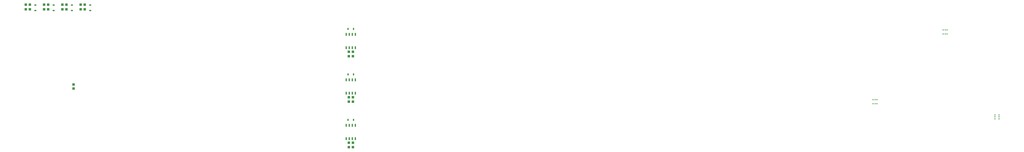
<source format=gbp>
G04 EAGLE Gerber RS-274X export*
G75*
%MOMM*%
%FSLAX34Y34*%
%LPD*%
%INSolderpaste Bottom*%
%IPPOS*%
%AMOC8*
5,1,8,0,0,1.08239X$1,22.5*%
G01*
%ADD10R,0.630000X0.830000*%
%ADD11R,0.600000X1.200000*%
%ADD12R,1.100000X1.000000*%
%ADD13R,0.830000X0.630000*%
%ADD14R,0.300000X0.600000*%
%ADD15R,0.600000X0.300000*%
%ADD16R,1.000000X1.100000*%


D10*
X1802200Y685800D03*
X1779200Y685800D03*
X1802200Y495300D03*
X1779200Y495300D03*
X1802200Y304800D03*
X1779200Y304800D03*
D11*
X1809750Y607000D03*
X1797050Y607000D03*
X1784350Y607000D03*
X1771650Y607000D03*
X1771650Y663000D03*
X1784350Y663000D03*
X1797050Y663000D03*
X1809750Y663000D03*
X1809750Y416500D03*
X1797050Y416500D03*
X1784350Y416500D03*
X1771650Y416500D03*
X1771650Y472500D03*
X1784350Y472500D03*
X1797050Y472500D03*
X1809750Y472500D03*
X1809750Y226000D03*
X1797050Y226000D03*
X1784350Y226000D03*
X1771650Y226000D03*
X1771650Y282000D03*
X1784350Y282000D03*
X1797050Y282000D03*
X1809750Y282000D03*
D12*
X1799200Y590550D03*
X1782200Y590550D03*
X1799200Y571500D03*
X1782200Y571500D03*
X1799200Y381000D03*
X1782200Y381000D03*
X1799200Y400050D03*
X1782200Y400050D03*
X1799200Y190500D03*
X1782200Y190500D03*
X1799200Y209550D03*
X1782200Y209550D03*
D13*
X704850Y786200D03*
X704850Y763200D03*
D12*
X664600Y787400D03*
X681600Y787400D03*
X681600Y768350D03*
X664600Y768350D03*
D13*
X628650Y786200D03*
X628650Y763200D03*
D12*
X588400Y787400D03*
X605400Y787400D03*
X605400Y768350D03*
X588400Y768350D03*
D13*
X552450Y786200D03*
X552450Y763200D03*
D12*
X512200Y787400D03*
X529200Y787400D03*
X529200Y768350D03*
X512200Y768350D03*
D13*
X476250Y786200D03*
X476250Y763200D03*
D12*
X436000Y787400D03*
X453000Y787400D03*
X453000Y768350D03*
X436000Y768350D03*
D14*
X4259200Y664600D03*
X4259200Y681600D03*
X4267200Y681600D03*
X4275200Y681600D03*
X4275200Y664600D03*
X4267200Y664600D03*
D15*
X4474600Y325500D03*
X4491600Y325500D03*
X4491600Y317500D03*
X4491600Y309500D03*
X4474600Y309500D03*
X4474600Y317500D03*
D14*
X3983100Y389500D03*
X3983100Y372500D03*
X3975100Y372500D03*
X3967100Y372500D03*
X3967100Y389500D03*
X3975100Y389500D03*
D16*
X635000Y436000D03*
X635000Y453000D03*
M02*

</source>
